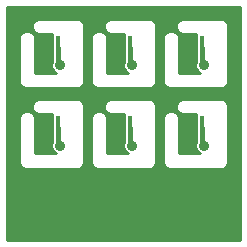
<source format=gtl>
G75*
%MOIN*%
%OFA0B0*%
%FSLAX24Y24*%
%IPPOS*%
%LPD*%
%AMOC8*
5,1,8,0,0,1.08239X$1,22.5*
%
%ADD10R,0.0177X0.0787*%
%ADD11C,0.0354*%
%ADD12C,0.0160*%
%ADD13C,0.0100*%
D10*
X001489Y003930D03*
X001882Y003930D03*
X003890Y003930D03*
X004284Y003930D03*
X006292Y003930D03*
X006685Y003930D03*
X006685Y006607D03*
X006292Y006607D03*
X004284Y006607D03*
X003890Y006607D03*
X001882Y006607D03*
X001489Y006607D03*
D11*
X001410Y006016D03*
X001961Y006016D03*
X003811Y006016D03*
X004363Y006016D03*
X006213Y006016D03*
X006764Y006016D03*
X006764Y003339D03*
X006213Y003339D03*
X004363Y003339D03*
X003811Y003339D03*
X001961Y003339D03*
X001410Y003339D03*
D12*
X001882Y003418D02*
X001961Y003339D01*
X001882Y003418D02*
X001882Y003930D01*
X003811Y003339D02*
X003890Y003418D01*
X003890Y003930D01*
X004284Y003930D02*
X004284Y003418D01*
X004363Y003339D01*
X006685Y003418D02*
X006764Y003339D01*
X006685Y003418D02*
X006685Y003930D01*
X006764Y006016D02*
X006685Y006095D01*
X006685Y006607D01*
X004363Y006016D02*
X004284Y006095D01*
X004284Y006607D01*
X003890Y006607D02*
X003890Y006095D01*
X003811Y006016D01*
X001961Y006016D02*
X001882Y006095D01*
X001882Y006607D01*
D13*
X000210Y007964D02*
X000210Y000210D01*
X007964Y000210D01*
X007964Y007964D01*
X000210Y007964D01*
X000210Y007927D02*
X007964Y007927D01*
X007964Y007829D02*
X000210Y007829D01*
X000210Y007730D02*
X007964Y007730D01*
X007964Y007632D02*
X000210Y007632D01*
X000210Y007533D02*
X001155Y007533D01*
X001104Y007503D02*
X001223Y007572D01*
X002581Y007572D01*
X002700Y007503D01*
X002700Y007503D01*
X002769Y007384D01*
X002769Y005436D01*
X002700Y005316D01*
X002700Y005316D01*
X002700Y005316D01*
X002581Y005247D01*
X000790Y005247D01*
X000671Y005316D01*
X000671Y005316D01*
X000671Y005316D01*
X000602Y005436D01*
X000602Y006990D01*
X000671Y007110D01*
X000671Y007110D01*
X000790Y007179D01*
X000927Y007179D01*
X001047Y007110D01*
X001047Y007110D01*
X001047Y007110D01*
X001116Y006990D01*
X001116Y005761D01*
X001826Y005761D01*
X001798Y005773D01*
X001718Y005853D01*
X001674Y005959D01*
X001674Y006073D01*
X001692Y006118D01*
X001692Y006159D01*
X001684Y006167D01*
X001684Y007046D01*
X001696Y007059D01*
X001223Y007059D01*
X001104Y007127D01*
X001104Y007127D01*
X001104Y007127D01*
X001035Y007247D01*
X001035Y007291D01*
X001035Y007384D01*
X001104Y007503D01*
X001104Y007503D01*
X001104Y007503D01*
X001064Y007435D02*
X000210Y007435D01*
X000210Y007336D02*
X001035Y007336D01*
X001035Y007247D02*
X001035Y007247D01*
X001040Y007238D02*
X000210Y007238D01*
X000210Y007139D02*
X000721Y007139D01*
X000671Y007110D02*
X000671Y007110D01*
X000631Y007041D02*
X000210Y007041D01*
X000210Y006942D02*
X000602Y006942D01*
X000602Y006844D02*
X000210Y006844D01*
X000210Y006745D02*
X000602Y006745D01*
X000602Y006647D02*
X000210Y006647D01*
X000210Y006548D02*
X000602Y006548D01*
X000602Y006450D02*
X000210Y006450D01*
X000210Y006351D02*
X000602Y006351D01*
X000602Y006253D02*
X000210Y006253D01*
X000210Y006154D02*
X000602Y006154D01*
X000602Y006056D02*
X000210Y006056D01*
X000210Y005957D02*
X000602Y005957D01*
X000602Y005859D02*
X000210Y005859D01*
X000210Y005760D02*
X000602Y005760D01*
X000602Y005662D02*
X000210Y005662D01*
X000210Y005563D02*
X000602Y005563D01*
X000602Y005465D02*
X000210Y005465D01*
X000210Y005366D02*
X000642Y005366D01*
X000755Y005268D02*
X000210Y005268D01*
X000210Y005169D02*
X007964Y005169D01*
X007964Y005071D02*
X000210Y005071D01*
X000210Y004972D02*
X007964Y004972D01*
X007964Y004874D02*
X007421Y004874D01*
X007384Y004895D02*
X006026Y004895D01*
X005907Y004826D01*
X005838Y004707D01*
X005838Y004613D01*
X005838Y004569D01*
X005907Y004450D01*
X006026Y004381D01*
X006499Y004381D01*
X005880Y004381D01*
X005850Y004433D02*
X005850Y004433D01*
X005731Y004501D01*
X005593Y004501D01*
X005474Y004433D01*
X005474Y004433D01*
X005474Y004433D01*
X005405Y004313D01*
X005405Y002758D01*
X005474Y002639D01*
X005593Y002570D01*
X007384Y002570D01*
X007503Y002639D01*
X007503Y002639D01*
X007572Y002758D01*
X007572Y004707D01*
X007503Y004826D01*
X007384Y004895D01*
X007503Y004826D02*
X007503Y004826D01*
X007503Y004826D01*
X007533Y004775D02*
X007964Y004775D01*
X007964Y004677D02*
X007572Y004677D01*
X007572Y004578D02*
X007964Y004578D01*
X007964Y004480D02*
X007572Y004480D01*
X007572Y004381D02*
X007964Y004381D01*
X007964Y004283D02*
X007572Y004283D01*
X007572Y004184D02*
X007964Y004184D01*
X007964Y004086D02*
X007572Y004086D01*
X007572Y003987D02*
X007964Y003987D01*
X007964Y003889D02*
X007572Y003889D01*
X007572Y003790D02*
X007964Y003790D01*
X007964Y003692D02*
X007572Y003692D01*
X007572Y003593D02*
X007964Y003593D01*
X007964Y003495D02*
X007572Y003495D01*
X007572Y003396D02*
X007964Y003396D01*
X007964Y003298D02*
X007572Y003298D01*
X007572Y003199D02*
X007964Y003199D01*
X007964Y003101D02*
X007572Y003101D01*
X007572Y003002D02*
X007964Y003002D01*
X007964Y002904D02*
X007572Y002904D01*
X007572Y002805D02*
X007964Y002805D01*
X007964Y002707D02*
X007542Y002707D01*
X007503Y002639D02*
X007503Y002639D01*
X007449Y002608D02*
X007964Y002608D01*
X007964Y002510D02*
X000210Y002510D01*
X000210Y002608D02*
X000725Y002608D01*
X000671Y002639D02*
X000790Y002570D01*
X002581Y002570D01*
X002700Y002639D01*
X002700Y002639D01*
X002700Y002639D01*
X002769Y002758D01*
X002769Y004707D01*
X002700Y004826D01*
X002581Y004895D01*
X001223Y004895D01*
X001104Y004826D01*
X001035Y004707D01*
X001035Y004663D01*
X001035Y004569D01*
X001104Y004450D01*
X001223Y004381D01*
X001696Y004381D01*
X001076Y004381D01*
X001047Y004433D02*
X001047Y004433D01*
X001047Y004433D01*
X000927Y004501D01*
X000790Y004501D01*
X000671Y004433D01*
X000671Y004433D01*
X000602Y004313D01*
X000602Y002758D01*
X000671Y002639D01*
X000671Y002639D01*
X000671Y002639D01*
X000632Y002707D02*
X000210Y002707D01*
X000210Y002805D02*
X000602Y002805D01*
X000602Y002904D02*
X000210Y002904D01*
X000210Y003002D02*
X000602Y003002D01*
X000602Y003101D02*
X000210Y003101D01*
X000210Y003199D02*
X000602Y003199D01*
X000602Y003298D02*
X000210Y003298D01*
X000210Y003396D02*
X000602Y003396D01*
X000602Y003495D02*
X000210Y003495D01*
X000210Y003593D02*
X000602Y003593D01*
X000602Y003692D02*
X000210Y003692D01*
X000210Y003790D02*
X000602Y003790D01*
X000602Y003889D02*
X000210Y003889D01*
X000210Y003987D02*
X000602Y003987D01*
X000602Y004086D02*
X000210Y004086D01*
X000210Y004184D02*
X000602Y004184D01*
X000602Y004283D02*
X000210Y004283D01*
X000210Y004381D02*
X000641Y004381D01*
X000671Y004433D02*
X000671Y004433D01*
X000752Y004480D02*
X000210Y004480D01*
X000210Y004578D02*
X001035Y004578D01*
X001035Y004677D02*
X000210Y004677D01*
X000210Y004775D02*
X001074Y004775D01*
X001104Y004826D02*
X001104Y004826D01*
X001104Y004826D01*
X001186Y004874D02*
X000210Y004874D01*
X000965Y004480D02*
X001087Y004480D01*
X001104Y004450D02*
X001104Y004450D01*
X001104Y004450D01*
X001047Y004433D02*
X001116Y004313D01*
X001116Y003084D01*
X001826Y003084D01*
X001798Y003096D01*
X001718Y003176D01*
X001674Y003282D01*
X001674Y003396D01*
X001116Y003396D01*
X001116Y003298D02*
X001674Y003298D01*
X001674Y003396D02*
X001692Y003441D01*
X001692Y003482D01*
X001684Y003490D01*
X001684Y004369D01*
X001696Y004381D01*
X001684Y004283D02*
X001116Y004283D01*
X001116Y004184D02*
X001684Y004184D01*
X001684Y004086D02*
X001116Y004086D01*
X001116Y003987D02*
X001684Y003987D01*
X001684Y003889D02*
X001116Y003889D01*
X001116Y003790D02*
X001684Y003790D01*
X001684Y003692D02*
X001116Y003692D01*
X001116Y003593D02*
X001684Y003593D01*
X001684Y003495D02*
X001116Y003495D01*
X001116Y003199D02*
X001708Y003199D01*
X001793Y003101D02*
X001116Y003101D01*
X000210Y002411D02*
X007964Y002411D01*
X007964Y002313D02*
X000210Y002313D01*
X000210Y002214D02*
X007964Y002214D01*
X007964Y002116D02*
X000210Y002116D01*
X000210Y002017D02*
X007964Y002017D01*
X007964Y001919D02*
X000210Y001919D01*
X000210Y001820D02*
X007964Y001820D01*
X007964Y001722D02*
X000210Y001722D01*
X000210Y001623D02*
X007964Y001623D01*
X007964Y001525D02*
X000210Y001525D01*
X000210Y001426D02*
X007964Y001426D01*
X007964Y001328D02*
X000210Y001328D01*
X000210Y001229D02*
X007964Y001229D01*
X007964Y001130D02*
X000210Y001130D01*
X000210Y001032D02*
X007964Y001032D01*
X007964Y000933D02*
X000210Y000933D01*
X000210Y000835D02*
X007964Y000835D01*
X007964Y000736D02*
X000210Y000736D01*
X000210Y000638D02*
X007964Y000638D01*
X007964Y000539D02*
X000210Y000539D01*
X000210Y000441D02*
X007964Y000441D01*
X007964Y000342D02*
X000210Y000342D01*
X000210Y000244D02*
X007964Y000244D01*
X005528Y002608D02*
X005048Y002608D01*
X005102Y002639D02*
X005102Y002639D01*
X005102Y002639D01*
X005171Y002758D01*
X005171Y004707D01*
X005102Y004826D01*
X005102Y004826D01*
X005102Y004826D01*
X004983Y004895D01*
X003624Y004895D01*
X003505Y004826D01*
X003436Y004707D01*
X003436Y004613D01*
X003436Y004569D01*
X003505Y004450D01*
X003624Y004381D01*
X004098Y004381D01*
X004085Y004369D01*
X004085Y003490D01*
X004094Y003482D01*
X004094Y003441D01*
X004075Y003396D01*
X003517Y003396D01*
X003517Y003298D02*
X004075Y003298D01*
X004075Y003282D02*
X004119Y003176D01*
X004200Y003096D01*
X004228Y003084D01*
X003517Y003084D01*
X003517Y004313D01*
X003448Y004433D01*
X003329Y004501D01*
X003191Y004501D01*
X003072Y004433D01*
X003072Y004433D01*
X003072Y004433D01*
X003003Y004313D01*
X003003Y002758D01*
X003072Y002639D01*
X003072Y002639D01*
X003072Y002639D01*
X003191Y002570D01*
X004983Y002570D01*
X005102Y002639D01*
X005141Y002707D02*
X005435Y002707D01*
X005474Y002639D02*
X005474Y002639D01*
X005474Y002639D01*
X005405Y002805D02*
X005171Y002805D01*
X005171Y002904D02*
X005405Y002904D01*
X005405Y003002D02*
X005171Y003002D01*
X005171Y003101D02*
X005405Y003101D01*
X005405Y003199D02*
X005171Y003199D01*
X005171Y003298D02*
X005405Y003298D01*
X005405Y003396D02*
X005171Y003396D01*
X005171Y003495D02*
X005405Y003495D01*
X005405Y003593D02*
X005171Y003593D01*
X005171Y003692D02*
X005405Y003692D01*
X005405Y003790D02*
X005171Y003790D01*
X005171Y003889D02*
X005405Y003889D01*
X005405Y003987D02*
X005171Y003987D01*
X005171Y004086D02*
X005405Y004086D01*
X005405Y004184D02*
X005171Y004184D01*
X005171Y004283D02*
X005405Y004283D01*
X005444Y004381D02*
X005171Y004381D01*
X005171Y004480D02*
X005555Y004480D01*
X005768Y004480D02*
X005890Y004480D01*
X005907Y004450D02*
X005907Y004450D01*
X005907Y004450D01*
X005850Y004433D02*
X005850Y004433D01*
X005919Y004313D01*
X005919Y003084D01*
X006629Y003084D01*
X006602Y003096D01*
X006521Y003176D01*
X006477Y003282D01*
X006477Y003396D01*
X005919Y003396D01*
X005919Y003298D02*
X006477Y003298D01*
X006477Y003396D02*
X006495Y003441D01*
X006495Y003482D01*
X006487Y003490D01*
X006487Y004369D01*
X006499Y004381D01*
X006487Y004283D02*
X005919Y004283D01*
X005919Y004184D02*
X006487Y004184D01*
X006487Y004086D02*
X005919Y004086D01*
X005919Y003987D02*
X006487Y003987D01*
X006487Y003889D02*
X005919Y003889D01*
X005919Y003790D02*
X006487Y003790D01*
X006487Y003692D02*
X005919Y003692D01*
X005919Y003593D02*
X006487Y003593D01*
X006487Y003495D02*
X005919Y003495D01*
X005919Y003199D02*
X006511Y003199D01*
X006597Y003101D02*
X005919Y003101D01*
X005838Y004569D02*
X005838Y004569D01*
X005838Y004578D02*
X005171Y004578D01*
X005171Y004677D02*
X005838Y004677D01*
X005877Y004775D02*
X005131Y004775D01*
X005020Y004874D02*
X005989Y004874D01*
X005907Y004826D02*
X005907Y004826D01*
X005907Y004826D01*
X005593Y005247D02*
X007384Y005247D01*
X007503Y005316D01*
X007503Y005316D01*
X007503Y005316D01*
X007572Y005436D01*
X007572Y007384D01*
X007503Y007503D01*
X007384Y007572D01*
X006026Y007572D01*
X005907Y007503D01*
X005838Y007384D01*
X005838Y007340D01*
X005838Y007247D01*
X005907Y007127D01*
X006026Y007059D01*
X006499Y007059D01*
X006487Y007046D01*
X006487Y006167D01*
X006495Y006159D01*
X006495Y006118D01*
X006477Y006073D01*
X006477Y005959D01*
X006521Y005853D01*
X006602Y005773D01*
X006629Y005761D01*
X005919Y005761D01*
X005919Y006990D01*
X005850Y007110D01*
X005850Y007110D01*
X005850Y007110D01*
X005731Y007179D01*
X005593Y007179D01*
X005474Y007110D01*
X005474Y007110D01*
X005474Y007110D01*
X005405Y006990D01*
X005405Y005436D01*
X005474Y005316D01*
X005593Y005247D01*
X005558Y005268D02*
X005017Y005268D01*
X004983Y005247D02*
X005102Y005316D01*
X005102Y005316D01*
X005102Y005316D01*
X005171Y005436D01*
X005171Y007384D01*
X005102Y007503D01*
X005102Y007503D01*
X005102Y007503D01*
X004983Y007572D01*
X003624Y007572D01*
X003505Y007503D01*
X003436Y007384D01*
X003436Y007340D01*
X003436Y007247D01*
X003505Y007127D01*
X003505Y007127D01*
X003624Y007059D01*
X004098Y007059D01*
X004085Y007046D01*
X004085Y006167D01*
X004094Y006159D01*
X004094Y006118D01*
X004075Y006073D01*
X004075Y005959D01*
X004119Y005853D01*
X004200Y005773D01*
X004228Y005761D01*
X003517Y005761D01*
X003517Y006990D01*
X003448Y007110D01*
X003329Y007179D01*
X003191Y007179D01*
X003072Y007110D01*
X003003Y006990D01*
X003003Y005436D01*
X003072Y005316D01*
X003072Y005316D01*
X003072Y005316D01*
X003191Y005247D01*
X004983Y005247D01*
X005131Y005366D02*
X005445Y005366D01*
X005474Y005316D02*
X005474Y005316D01*
X005474Y005316D01*
X005405Y005465D02*
X005171Y005465D01*
X005171Y005563D02*
X005405Y005563D01*
X005405Y005662D02*
X005171Y005662D01*
X005171Y005760D02*
X005405Y005760D01*
X005405Y005859D02*
X005171Y005859D01*
X005171Y005957D02*
X005405Y005957D01*
X005405Y006056D02*
X005171Y006056D01*
X005171Y006154D02*
X005405Y006154D01*
X005405Y006253D02*
X005171Y006253D01*
X005171Y006351D02*
X005405Y006351D01*
X005405Y006450D02*
X005171Y006450D01*
X005171Y006548D02*
X005405Y006548D01*
X005405Y006647D02*
X005171Y006647D01*
X005171Y006745D02*
X005405Y006745D01*
X005405Y006844D02*
X005171Y006844D01*
X005171Y006942D02*
X005405Y006942D01*
X005434Y007041D02*
X005171Y007041D01*
X005171Y007139D02*
X005525Y007139D01*
X005799Y007139D02*
X005900Y007139D01*
X005907Y007127D02*
X005907Y007127D01*
X005907Y007127D01*
X005890Y007041D02*
X006487Y007041D01*
X006487Y006942D02*
X005919Y006942D01*
X005919Y006844D02*
X006487Y006844D01*
X006487Y006745D02*
X005919Y006745D01*
X005919Y006647D02*
X006487Y006647D01*
X006487Y006548D02*
X005919Y006548D01*
X005919Y006450D02*
X006487Y006450D01*
X006487Y006351D02*
X005919Y006351D01*
X005919Y006253D02*
X006487Y006253D01*
X006495Y006154D02*
X005919Y006154D01*
X005919Y006056D02*
X006477Y006056D01*
X006478Y005957D02*
X005919Y005957D01*
X005919Y005859D02*
X006519Y005859D01*
X007419Y005268D02*
X007964Y005268D01*
X007964Y005366D02*
X007532Y005366D01*
X007572Y005465D02*
X007964Y005465D01*
X007964Y005563D02*
X007572Y005563D01*
X007572Y005662D02*
X007964Y005662D01*
X007964Y005760D02*
X007572Y005760D01*
X007572Y005859D02*
X007964Y005859D01*
X007964Y005957D02*
X007572Y005957D01*
X007572Y006056D02*
X007964Y006056D01*
X007964Y006154D02*
X007572Y006154D01*
X007572Y006253D02*
X007964Y006253D01*
X007964Y006351D02*
X007572Y006351D01*
X007572Y006450D02*
X007964Y006450D01*
X007964Y006548D02*
X007572Y006548D01*
X007572Y006647D02*
X007964Y006647D01*
X007964Y006745D02*
X007572Y006745D01*
X007572Y006844D02*
X007964Y006844D01*
X007964Y006942D02*
X007572Y006942D01*
X007572Y007041D02*
X007964Y007041D01*
X007964Y007139D02*
X007572Y007139D01*
X007572Y007238D02*
X007964Y007238D01*
X007964Y007336D02*
X007572Y007336D01*
X007543Y007435D02*
X007964Y007435D01*
X007964Y007533D02*
X007452Y007533D01*
X007503Y007503D02*
X007503Y007503D01*
X007503Y007503D01*
X005958Y007533D02*
X005050Y007533D01*
X005142Y007435D02*
X005867Y007435D01*
X005907Y007503D02*
X005907Y007503D01*
X005907Y007503D01*
X005838Y007336D02*
X005171Y007336D01*
X005171Y007238D02*
X005843Y007238D01*
X004094Y006154D02*
X003517Y006154D01*
X003517Y006056D02*
X004075Y006056D01*
X004076Y005957D02*
X003517Y005957D01*
X003517Y005859D02*
X004117Y005859D01*
X004085Y006253D02*
X003517Y006253D01*
X003517Y006351D02*
X004085Y006351D01*
X004085Y006450D02*
X003517Y006450D01*
X003517Y006548D02*
X004085Y006548D01*
X004085Y006647D02*
X003517Y006647D01*
X003517Y006745D02*
X004085Y006745D01*
X004085Y006844D02*
X003517Y006844D01*
X003517Y006942D02*
X004085Y006942D01*
X004085Y007041D02*
X003488Y007041D01*
X003448Y007110D02*
X003448Y007110D01*
X003448Y007110D01*
X003397Y007139D02*
X003499Y007139D01*
X003442Y007238D02*
X002769Y007238D01*
X002769Y007336D02*
X003436Y007336D01*
X003466Y007435D02*
X002740Y007435D01*
X002700Y007503D02*
X002700Y007503D01*
X002649Y007533D02*
X003557Y007533D01*
X003505Y007503D02*
X003505Y007503D01*
X003505Y007503D01*
X003123Y007139D02*
X002769Y007139D01*
X002769Y007041D02*
X003032Y007041D01*
X003072Y007110D02*
X003072Y007110D01*
X003072Y007110D01*
X003003Y006942D02*
X002769Y006942D01*
X002769Y006844D02*
X003003Y006844D01*
X003003Y006745D02*
X002769Y006745D01*
X002769Y006647D02*
X003003Y006647D01*
X003003Y006548D02*
X002769Y006548D01*
X002769Y006450D02*
X003003Y006450D01*
X003003Y006351D02*
X002769Y006351D01*
X002769Y006253D02*
X003003Y006253D01*
X003003Y006154D02*
X002769Y006154D01*
X002769Y006056D02*
X003003Y006056D01*
X003003Y005957D02*
X002769Y005957D01*
X002769Y005859D02*
X003003Y005859D01*
X003003Y005760D02*
X002769Y005760D01*
X002769Y005662D02*
X003003Y005662D01*
X003003Y005563D02*
X002769Y005563D01*
X002769Y005465D02*
X003003Y005465D01*
X003044Y005366D02*
X002729Y005366D01*
X002616Y005268D02*
X003157Y005268D01*
X003505Y004826D02*
X003505Y004826D01*
X003505Y004826D01*
X003476Y004775D02*
X002730Y004775D01*
X002700Y004826D02*
X002700Y004826D01*
X002700Y004826D01*
X002618Y004874D02*
X003587Y004874D01*
X003436Y004677D02*
X002769Y004677D01*
X002769Y004578D02*
X003436Y004578D01*
X003436Y004569D02*
X003436Y004569D01*
X003488Y004480D02*
X003367Y004480D01*
X003448Y004433D02*
X003448Y004433D01*
X003448Y004433D01*
X003505Y004450D02*
X003505Y004450D01*
X003505Y004450D01*
X003478Y004381D02*
X004097Y004381D01*
X004085Y004283D02*
X003517Y004283D01*
X003517Y004184D02*
X004085Y004184D01*
X004085Y004086D02*
X003517Y004086D01*
X003517Y003987D02*
X004085Y003987D01*
X004085Y003889D02*
X003517Y003889D01*
X003517Y003790D02*
X004085Y003790D01*
X004085Y003692D02*
X003517Y003692D01*
X003517Y003593D02*
X004085Y003593D01*
X004085Y003495D02*
X003517Y003495D01*
X003517Y003199D02*
X004110Y003199D01*
X004075Y003282D02*
X004075Y003396D01*
X004195Y003101D02*
X003517Y003101D01*
X003033Y002707D02*
X002739Y002707D01*
X002769Y002805D02*
X003003Y002805D01*
X003003Y002904D02*
X002769Y002904D01*
X002769Y003002D02*
X003003Y003002D01*
X003003Y003101D02*
X002769Y003101D01*
X002769Y003199D02*
X003003Y003199D01*
X003003Y003298D02*
X002769Y003298D01*
X002769Y003396D02*
X003003Y003396D01*
X003003Y003495D02*
X002769Y003495D01*
X002769Y003593D02*
X003003Y003593D01*
X003003Y003692D02*
X002769Y003692D01*
X002769Y003790D02*
X003003Y003790D01*
X003003Y003889D02*
X002769Y003889D01*
X002769Y003987D02*
X003003Y003987D01*
X003003Y004086D02*
X002769Y004086D01*
X002769Y004184D02*
X003003Y004184D01*
X003003Y004283D02*
X002769Y004283D01*
X002769Y004381D02*
X003042Y004381D01*
X003154Y004480D02*
X002769Y004480D01*
X001715Y005859D02*
X001116Y005859D01*
X001116Y005957D02*
X001675Y005957D01*
X001674Y006056D02*
X001116Y006056D01*
X001116Y006154D02*
X001692Y006154D01*
X001684Y006253D02*
X001116Y006253D01*
X001116Y006351D02*
X001684Y006351D01*
X001684Y006450D02*
X001116Y006450D01*
X001116Y006548D02*
X001684Y006548D01*
X001684Y006647D02*
X001116Y006647D01*
X001116Y006745D02*
X001684Y006745D01*
X001684Y006844D02*
X001116Y006844D01*
X001116Y006942D02*
X001684Y006942D01*
X001684Y007041D02*
X001087Y007041D01*
X001097Y007139D02*
X000996Y007139D01*
X003624Y007059D02*
X003624Y007059D01*
X003126Y002608D02*
X002646Y002608D01*
M02*

</source>
